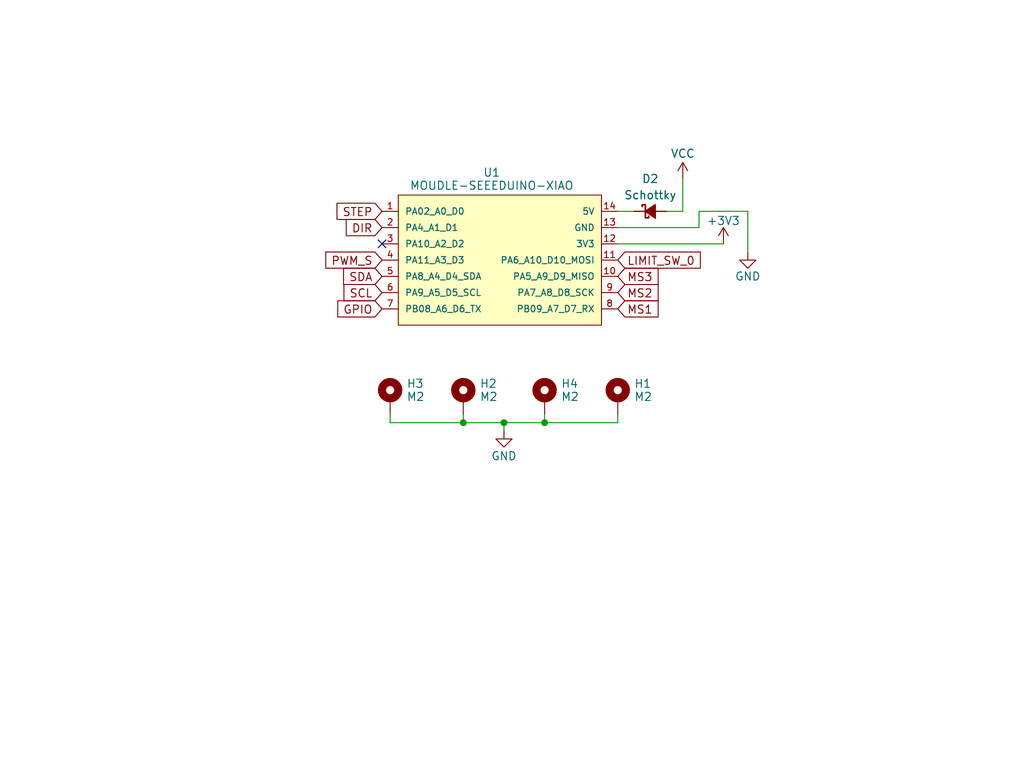
<source format=kicad_sch>
(kicad_sch (version 20230121) (generator eeschema)

  (uuid 7a5b1f12-c235-4d27-9f6c-e59009ca95f3)

  (paper "User" 159.995 119.99)

  (lib_symbols
    (symbol "Device:D_Schottky_Small_Filled" (pin_numbers hide) (pin_names (offset 0.254) hide) (in_bom yes) (on_board yes)
      (property "Reference" "D" (at -1.27 2.032 0)
        (effects (font (size 1.27 1.27)) (justify left))
      )
      (property "Value" "D_Schottky_Small_Filled" (at -7.112 -2.032 0)
        (effects (font (size 1.27 1.27)) (justify left))
      )
      (property "Footprint" "" (at 0 0 90)
        (effects (font (size 1.27 1.27)) hide)
      )
      (property "Datasheet" "~" (at 0 0 90)
        (effects (font (size 1.27 1.27)) hide)
      )
      (property "ki_keywords" "diode Schottky" (at 0 0 0)
        (effects (font (size 1.27 1.27)) hide)
      )
      (property "ki_description" "Schottky diode, small symbol, filled shape" (at 0 0 0)
        (effects (font (size 1.27 1.27)) hide)
      )
      (property "ki_fp_filters" "TO-???* *_Diode_* *SingleDiode* D_*" (at 0 0 0)
        (effects (font (size 1.27 1.27)) hide)
      )
      (symbol "D_Schottky_Small_Filled_0_1"
        (polyline
          (pts
            (xy -0.762 0)
            (xy 0.762 0)
          )
          (stroke (width 0) (type default))
          (fill (type none))
        )
        (polyline
          (pts
            (xy 0.762 -1.016)
            (xy -0.762 0)
            (xy 0.762 1.016)
            (xy 0.762 -1.016)
          )
          (stroke (width 0.254) (type default))
          (fill (type outline))
        )
        (polyline
          (pts
            (xy -1.27 0.762)
            (xy -1.27 1.016)
            (xy -0.762 1.016)
            (xy -0.762 -1.016)
            (xy -0.254 -1.016)
            (xy -0.254 -0.762)
          )
          (stroke (width 0.254) (type default))
          (fill (type none))
        )
      )
      (symbol "D_Schottky_Small_Filled_1_1"
        (pin passive line (at -2.54 0 0) (length 1.778)
          (name "K" (effects (font (size 1.27 1.27))))
          (number "1" (effects (font (size 1.27 1.27))))
        )
        (pin passive line (at 2.54 0 180) (length 1.778)
          (name "A" (effects (font (size 1.27 1.27))))
          (number "2" (effects (font (size 1.27 1.27))))
        )
      )
    )
    (symbol "MOUDLE-SEEEDUINO-XIAO:MOUDLE-SEEEDUINO-XIAO" (pin_names (offset 1.016)) (in_bom yes) (on_board yes)
      (property "Reference" "U1" (at -0.635 17.4992 0)
        (effects (font (size 1.27 1.27)))
      )
      (property "Value" "MOUDLE-SEEEDUINO-XIAO" (at -0.635 15.4512 0)
        (effects (font (size 1.27 1.27)))
      )
      (property "Footprint" "MOUDLE14P-SMD-2.54-21X17.8MM" (at 0.635 -8.89 0)
        (effects (font (size 1.27 1.27)) (justify bottom) hide)
      )
      (property "Datasheet" "" (at 0 0 0)
        (effects (font (size 1.27 1.27)) hide)
      )
      (symbol "MOUDLE-SEEEDUINO-XIAO_0_0"
        (pin bidirectional line (at -17.78 11.43 0) (length 2.54)
          (name "PA02_A0_D0" (effects (font (size 1.016 1.016))))
          (number "1" (effects (font (size 1.016 1.016))))
        )
        (pin bidirectional line (at 19.05 1.27 180) (length 2.54)
          (name "PA5_A9_D9_MISO" (effects (font (size 1.016 1.016))))
          (number "10" (effects (font (size 1.016 1.016))))
        )
        (pin bidirectional line (at 19.05 3.81 180) (length 2.54)
          (name "PA6_A10_D10_MOSI" (effects (font (size 1.016 1.016))))
          (number "11" (effects (font (size 1.016 1.016))))
        )
        (pin bidirectional line (at 19.05 6.35 180) (length 2.54)
          (name "3V3" (effects (font (size 1.016 1.016))))
          (number "12" (effects (font (size 1.016 1.016))))
        )
        (pin bidirectional line (at 19.05 8.89 180) (length 2.54)
          (name "GND" (effects (font (size 1.016 1.016))))
          (number "13" (effects (font (size 1.016 1.016))))
        )
        (pin bidirectional line (at 19.05 11.43 180) (length 2.54)
          (name "5V" (effects (font (size 1.016 1.016))))
          (number "14" (effects (font (size 1.016 1.016))))
        )
        (pin bidirectional line (at -17.78 8.89 0) (length 2.54)
          (name "PA4_A1_D1" (effects (font (size 1.016 1.016))))
          (number "2" (effects (font (size 1.016 1.016))))
        )
        (pin bidirectional line (at -17.78 6.35 0) (length 2.54)
          (name "PA10_A2_D2" (effects (font (size 1.016 1.016))))
          (number "3" (effects (font (size 1.016 1.016))))
        )
        (pin bidirectional line (at -17.78 3.81 0) (length 2.54)
          (name "PA11_A3_D3" (effects (font (size 1.016 1.016))))
          (number "4" (effects (font (size 1.016 1.016))))
        )
        (pin bidirectional line (at -17.78 1.27 0) (length 2.54)
          (name "PA8_A4_D4_SDA" (effects (font (size 1.016 1.016))))
          (number "5" (effects (font (size 1.016 1.016))))
        )
        (pin bidirectional line (at -17.78 -1.27 0) (length 2.54)
          (name "PA9_A5_D5_SCL" (effects (font (size 1.016 1.016))))
          (number "6" (effects (font (size 1.016 1.016))))
        )
        (pin bidirectional line (at -17.78 -3.81 0) (length 2.54)
          (name "PB08_A6_D6_TX" (effects (font (size 1.016 1.016))))
          (number "7" (effects (font (size 1.016 1.016))))
        )
        (pin bidirectional line (at 19.05 -3.81 180) (length 2.54)
          (name "PB09_A7_D7_RX" (effects (font (size 1.016 1.016))))
          (number "8" (effects (font (size 1.016 1.016))))
        )
        (pin bidirectional line (at 19.05 -1.27 180) (length 2.54)
          (name "PA7_A8_D8_SCK" (effects (font (size 1.016 1.016))))
          (number "9" (effects (font (size 1.016 1.016))))
        )
      )
      (symbol "MOUDLE-SEEEDUINO-XIAO_1_0"
        (rectangle (start -15.24 13.97) (end 16.51 -6.35)
          (stroke (width 0) (type default))
          (fill (type background))
        )
      )
    )
    (symbol "Mechanical:MountingHole_Pad" (pin_numbers hide) (pin_names (offset 1.016) hide) (in_bom yes) (on_board yes)
      (property "Reference" "H" (at 0 6.35 0)
        (effects (font (size 1.27 1.27)))
      )
      (property "Value" "MountingHole_Pad" (at 0 4.445 0)
        (effects (font (size 1.27 1.27)))
      )
      (property "Footprint" "" (at 0 0 0)
        (effects (font (size 1.27 1.27)) hide)
      )
      (property "Datasheet" "~" (at 0 0 0)
        (effects (font (size 1.27 1.27)) hide)
      )
      (property "ki_keywords" "mounting hole" (at 0 0 0)
        (effects (font (size 1.27 1.27)) hide)
      )
      (property "ki_description" "Mounting Hole with connection" (at 0 0 0)
        (effects (font (size 1.27 1.27)) hide)
      )
      (property "ki_fp_filters" "MountingHole*Pad*" (at 0 0 0)
        (effects (font (size 1.27 1.27)) hide)
      )
      (symbol "MountingHole_Pad_0_1"
        (circle (center 0 1.27) (radius 1.27)
          (stroke (width 1.27) (type default))
          (fill (type none))
        )
      )
      (symbol "MountingHole_Pad_1_1"
        (pin input line (at 0 -2.54 90) (length 2.54)
          (name "1" (effects (font (size 1.27 1.27))))
          (number "1" (effects (font (size 1.27 1.27))))
        )
      )
    )
    (symbol "power:+3.3V" (power) (pin_names (offset 0)) (in_bom yes) (on_board yes)
      (property "Reference" "#PWR" (at 0 -3.81 0)
        (effects (font (size 1.27 1.27)) hide)
      )
      (property "Value" "+3.3V" (at 0 3.556 0)
        (effects (font (size 1.27 1.27)))
      )
      (property "Footprint" "" (at 0 0 0)
        (effects (font (size 1.27 1.27)) hide)
      )
      (property "Datasheet" "" (at 0 0 0)
        (effects (font (size 1.27 1.27)) hide)
      )
      (property "ki_keywords" "power-flag" (at 0 0 0)
        (effects (font (size 1.27 1.27)) hide)
      )
      (property "ki_description" "Power symbol creates a global label with name \"+3.3V\"" (at 0 0 0)
        (effects (font (size 1.27 1.27)) hide)
      )
      (symbol "+3.3V_0_1"
        (polyline
          (pts
            (xy -0.762 1.27)
            (xy 0 2.54)
          )
          (stroke (width 0) (type default))
          (fill (type none))
        )
        (polyline
          (pts
            (xy 0 0)
            (xy 0 2.54)
          )
          (stroke (width 0) (type default))
          (fill (type none))
        )
        (polyline
          (pts
            (xy 0 2.54)
            (xy 0.762 1.27)
          )
          (stroke (width 0) (type default))
          (fill (type none))
        )
      )
      (symbol "+3.3V_1_1"
        (pin power_in line (at 0 0 90) (length 0) hide
          (name "+3V3" (effects (font (size 1.27 1.27))))
          (number "1" (effects (font (size 1.27 1.27))))
        )
      )
    )
    (symbol "power:GND" (power) (pin_names (offset 0)) (in_bom yes) (on_board yes)
      (property "Reference" "#PWR" (at 0 -6.35 0)
        (effects (font (size 1.27 1.27)) hide)
      )
      (property "Value" "GND" (at 0 -3.81 0)
        (effects (font (size 1.27 1.27)))
      )
      (property "Footprint" "" (at 0 0 0)
        (effects (font (size 1.27 1.27)) hide)
      )
      (property "Datasheet" "" (at 0 0 0)
        (effects (font (size 1.27 1.27)) hide)
      )
      (property "ki_keywords" "global power" (at 0 0 0)
        (effects (font (size 1.27 1.27)) hide)
      )
      (property "ki_description" "Power symbol creates a global label with name \"GND\" , ground" (at 0 0 0)
        (effects (font (size 1.27 1.27)) hide)
      )
      (symbol "GND_0_1"
        (polyline
          (pts
            (xy 0 0)
            (xy 0 -1.27)
            (xy 1.27 -1.27)
            (xy 0 -2.54)
            (xy -1.27 -1.27)
            (xy 0 -1.27)
          )
          (stroke (width 0) (type default))
          (fill (type none))
        )
      )
      (symbol "GND_1_1"
        (pin power_in line (at 0 0 270) (length 0) hide
          (name "GND" (effects (font (size 1.27 1.27))))
          (number "1" (effects (font (size 1.27 1.27))))
        )
      )
    )
    (symbol "power:VCC" (power) (pin_names (offset 0)) (in_bom yes) (on_board yes)
      (property "Reference" "#PWR" (at 0 -3.81 0)
        (effects (font (size 1.27 1.27)) hide)
      )
      (property "Value" "VCC" (at 0 3.81 0)
        (effects (font (size 1.27 1.27)))
      )
      (property "Footprint" "" (at 0 0 0)
        (effects (font (size 1.27 1.27)) hide)
      )
      (property "Datasheet" "" (at 0 0 0)
        (effects (font (size 1.27 1.27)) hide)
      )
      (property "ki_keywords" "global power" (at 0 0 0)
        (effects (font (size 1.27 1.27)) hide)
      )
      (property "ki_description" "Power symbol creates a global label with name \"VCC\"" (at 0 0 0)
        (effects (font (size 1.27 1.27)) hide)
      )
      (symbol "VCC_0_1"
        (polyline
          (pts
            (xy -0.762 1.27)
            (xy 0 2.54)
          )
          (stroke (width 0) (type default))
          (fill (type none))
        )
        (polyline
          (pts
            (xy 0 0)
            (xy 0 2.54)
          )
          (stroke (width 0) (type default))
          (fill (type none))
        )
        (polyline
          (pts
            (xy 0 2.54)
            (xy 0.762 1.27)
          )
          (stroke (width 0) (type default))
          (fill (type none))
        )
      )
      (symbol "VCC_1_1"
        (pin power_in line (at 0 0 90) (length 0) hide
          (name "VCC" (effects (font (size 1.27 1.27))))
          (number "1" (effects (font (size 1.27 1.27))))
        )
      )
    )
  )

  (junction (at 85.09 66.04) (diameter 0) (color 0 0 0 0)
    (uuid 0ca78a9d-b92e-42e8-b674-e26a2d5285e7)
  )
  (junction (at 72.39 66.04) (diameter 0) (color 0 0 0 0)
    (uuid 0d743783-7097-418b-93fb-26cd236c4b57)
  )
  (junction (at 78.74 66.04) (diameter 0) (color 0 0 0 0)
    (uuid ea13b0fa-424b-4861-aa0d-9bbaaa618e5c)
  )

  (no_connect (at 59.69 38.1) (uuid 0bacf1c0-2d1c-40fd-9f83-34038e6c1b76))

  (wire (pts (xy 96.52 35.56) (xy 109.22 35.56))
    (stroke (width 0) (type default))
    (uuid 011d471d-a722-4aa0-a14b-f8d6a029b7f7)
  )
  (wire (pts (xy 109.22 33.02) (xy 116.84 33.02))
    (stroke (width 0) (type default))
    (uuid 0f63e638-48e5-45c1-8657-b4263e6f62d7)
  )
  (wire (pts (xy 96.52 38.1) (xy 113.03 38.1))
    (stroke (width 0) (type default))
    (uuid 22dbd9f0-470d-4467-928c-b9bb4709468c)
  )
  (wire (pts (xy 60.96 66.04) (xy 72.39 66.04))
    (stroke (width 0) (type default))
    (uuid 2e6ac86c-e758-4e92-bd55-b19bbdd34310)
  )
  (wire (pts (xy 78.74 66.04) (xy 85.09 66.04))
    (stroke (width 0) (type default))
    (uuid 5fad5d3b-2566-4811-8889-2c5750e09072)
  )
  (wire (pts (xy 104.14 33.02) (xy 106.68 33.02))
    (stroke (width 0) (type default))
    (uuid 6effc1d0-afd8-416c-aa40-908d4a408bdf)
  )
  (wire (pts (xy 72.39 64.77) (xy 72.39 66.04))
    (stroke (width 0) (type default))
    (uuid 728ca66d-0991-4420-8e0e-5bd901bb73a5)
  )
  (wire (pts (xy 85.09 64.77) (xy 85.09 66.04))
    (stroke (width 0) (type default))
    (uuid 7c5f6562-e7b6-4094-b10b-3b6fdcc61c80)
  )
  (wire (pts (xy 60.96 64.77) (xy 60.96 66.04))
    (stroke (width 0) (type default))
    (uuid afb62ca4-2189-4b97-b90d-895fad3f268d)
  )
  (wire (pts (xy 106.68 27.94) (xy 106.68 33.02))
    (stroke (width 0) (type default))
    (uuid bb3792e5-156d-4450-aa36-42bd0ea87d74)
  )
  (wire (pts (xy 109.22 35.56) (xy 109.22 33.02))
    (stroke (width 0) (type default))
    (uuid c45c889f-e9b5-4d7f-be19-4ed8f0e38e6c)
  )
  (wire (pts (xy 96.52 33.02) (xy 99.06 33.02))
    (stroke (width 0) (type default))
    (uuid c59b34dc-7419-4af0-a752-a96dfe1e3832)
  )
  (wire (pts (xy 85.09 66.04) (xy 96.52 66.04))
    (stroke (width 0) (type default))
    (uuid ca606046-5b45-44ae-b7a0-3bb77ed527a9)
  )
  (wire (pts (xy 78.74 66.04) (xy 78.74 67.31))
    (stroke (width 0) (type default))
    (uuid d125df05-e6d1-4370-b4cb-5b09cfaedbba)
  )
  (wire (pts (xy 72.39 66.04) (xy 78.74 66.04))
    (stroke (width 0) (type default))
    (uuid ddb824df-6273-4649-8a46-367d0d03d298)
  )
  (wire (pts (xy 116.84 33.02) (xy 116.84 39.37))
    (stroke (width 0) (type default))
    (uuid ded83226-e83e-4e02-921d-abb5602aafa0)
  )
  (wire (pts (xy 96.52 64.77) (xy 96.52 66.04))
    (stroke (width 0) (type default))
    (uuid f0e61280-f881-46d1-8fcd-951cc36b2ca4)
  )

  (global_label "SDA" (shape input) (at 59.69 43.18 180) (fields_autoplaced)
    (effects (font (size 1.27 1.27)) (justify right))
    (uuid 2837ff99-b004-41af-b236-d3e61f7a1baf)
    (property "Intersheetrefs" "${INTERSHEET_REFS}" (at 53.2161 43.18 0)
      (effects (font (size 1.27 1.27)) (justify right) hide)
    )
  )
  (global_label "DIR" (shape input) (at 59.69 35.56 180) (fields_autoplaced)
    (effects (font (size 1.27 1.27)) (justify right))
    (uuid 4e1a21d3-0aea-43fd-86d6-1c322538078e)
    (property "Intersheetrefs" "${INTERSHEET_REFS}" (at 53.6394 35.56 0)
      (effects (font (size 1.27 1.27)) (justify right) hide)
    )
  )
  (global_label "STEP" (shape input) (at 59.69 33.02 180) (fields_autoplaced)
    (effects (font (size 1.27 1.27)) (justify right))
    (uuid 637150e6-d863-4dec-9307-70ce96eb45cc)
    (property "Intersheetrefs" "${INTERSHEET_REFS}" (at 52.1881 33.02 0)
      (effects (font (size 1.27 1.27)) (justify right) hide)
    )
  )
  (global_label "MS3" (shape input) (at 96.52 43.18 0) (fields_autoplaced)
    (effects (font (size 1.27 1.27)) (justify left))
    (uuid 7a0e8d0d-fa73-4ec8-be1c-083ac33c0689)
    (property "Intersheetrefs" "${INTERSHEET_REFS}" (at 103.2962 43.18 0)
      (effects (font (size 1.27 1.27)) (justify left) hide)
    )
  )
  (global_label "PWM_S" (shape input) (at 59.69 40.64 180) (fields_autoplaced)
    (effects (font (size 1.27 1.27)) (justify right))
    (uuid 85ee5ac9-8022-443c-86da-092e1084b6f1)
    (property "Intersheetrefs" "${INTERSHEET_REFS}" (at 50.4343 40.64 0)
      (effects (font (size 1.27 1.27)) (justify right) hide)
    )
  )
  (global_label "MS1" (shape input) (at 96.52 48.26 0) (fields_autoplaced)
    (effects (font (size 1.27 1.27)) (justify left))
    (uuid 9a3dcca4-1a8e-4a89-b926-581eec7cca8e)
    (property "Intersheetrefs" "${INTERSHEET_REFS}" (at 103.2962 48.26 0)
      (effects (font (size 1.27 1.27)) (justify left) hide)
    )
  )
  (global_label "GPIO" (shape input) (at 59.69 48.26 180) (fields_autoplaced)
    (effects (font (size 1.27 1.27)) (justify right))
    (uuid abc740a5-508c-4291-bc87-c8b880dc8792)
    (property "Intersheetrefs" "${INTERSHEET_REFS}" (at 52.3089 48.26 0)
      (effects (font (size 1.27 1.27)) (justify right) hide)
    )
  )
  (global_label "LIMIT_SW_0" (shape input) (at 96.52 40.64 0) (fields_autoplaced)
    (effects (font (size 1.27 1.27)) (justify left))
    (uuid acf8b06d-f2af-43ab-8c3f-81ead78c38a2)
    (property "Intersheetrefs" "${INTERSHEET_REFS}" (at 109.8881 40.64 0)
      (effects (font (size 1.27 1.27)) (justify left) hide)
    )
  )
  (global_label "MS2" (shape input) (at 96.52 45.72 0) (fields_autoplaced)
    (effects (font (size 1.27 1.27)) (justify left))
    (uuid ca8151f8-7573-4d38-8b93-0343a788d7f1)
    (property "Intersheetrefs" "${INTERSHEET_REFS}" (at 103.2962 45.72 0)
      (effects (font (size 1.27 1.27)) (justify left) hide)
    )
  )
  (global_label "SCL" (shape input) (at 59.69 45.72 180) (fields_autoplaced)
    (effects (font (size 1.27 1.27)) (justify right))
    (uuid fd573d93-e95a-4d00-a6ec-439fc17d01be)
    (property "Intersheetrefs" "${INTERSHEET_REFS}" (at 53.2766 45.72 0)
      (effects (font (size 1.27 1.27)) (justify right) hide)
    )
  )

  (symbol (lib_id "Mechanical:MountingHole_Pad") (at 96.52 62.23 0) (unit 1)
    (in_bom yes) (on_board yes) (dnp no) (fields_autoplaced)
    (uuid 1ad14630-593d-4bf9-9b2a-740f3622817e)
    (property "Reference" "H1" (at 99.06 59.936 0)
      (effects (font (size 1.27 1.27)) (justify left))
    )
    (property "Value" "M2" (at 99.06 61.984 0)
      (effects (font (size 1.27 1.27)) (justify left))
    )
    (property "Footprint" "MountingHole:MountingHole_2.2mm_M2_ISO7380_Pad" (at 96.52 62.23 0)
      (effects (font (size 1.27 1.27)) hide)
    )
    (property "Datasheet" "~" (at 96.52 62.23 0)
      (effects (font (size 1.27 1.27)) hide)
    )
    (pin "1" (uuid 20239a40-a539-4f81-8115-801e3d82e5c5))
    (instances
      (project "StepperMotor_module_V2_XIAO_RP2040"
        (path "/67ad53b0-e724-4354-8add-ffbe056bca93/07c0a6ff-eef2-4578-b5db-f7e0ea607e3d"
          (reference "H1") (unit 1)
        )
      )
    )
  )

  (symbol (lib_id "Mechanical:MountingHole_Pad") (at 60.96 62.23 0) (unit 1)
    (in_bom yes) (on_board yes) (dnp no) (fields_autoplaced)
    (uuid 5b5e6d22-c071-455e-ab1d-7a35a18ced39)
    (property "Reference" "H3" (at 63.5 59.936 0)
      (effects (font (size 1.27 1.27)) (justify left))
    )
    (property "Value" "M2" (at 63.5 61.984 0)
      (effects (font (size 1.27 1.27)) (justify left))
    )
    (property "Footprint" "MountingHole:MountingHole_2.2mm_M2_ISO7380_Pad" (at 60.96 62.23 0)
      (effects (font (size 1.27 1.27)) hide)
    )
    (property "Datasheet" "~" (at 60.96 62.23 0)
      (effects (font (size 1.27 1.27)) hide)
    )
    (pin "1" (uuid 60293b12-e15c-46e1-b1d3-8eccae6d052f))
    (instances
      (project "StepperMotor_module_V2_XIAO_RP2040"
        (path "/67ad53b0-e724-4354-8add-ffbe056bca93/07c0a6ff-eef2-4578-b5db-f7e0ea607e3d"
          (reference "H3") (unit 1)
        )
      )
    )
  )

  (symbol (lib_id "power:GND") (at 78.74 67.31 0) (unit 1)
    (in_bom yes) (on_board yes) (dnp no) (fields_autoplaced)
    (uuid 5c20500c-3a87-4a74-af03-4f7feca6acea)
    (property "Reference" "#PWR06" (at 78.74 73.66 0)
      (effects (font (size 1.27 1.27)) hide)
    )
    (property "Value" "GND" (at 78.74 71.255 0)
      (effects (font (size 1.27 1.27)))
    )
    (property "Footprint" "" (at 78.74 67.31 0)
      (effects (font (size 1.27 1.27)) hide)
    )
    (property "Datasheet" "" (at 78.74 67.31 0)
      (effects (font (size 1.27 1.27)) hide)
    )
    (pin "1" (uuid 128a1d12-011c-4d08-bd1d-5849894a3256))
    (instances
      (project "StepperMotor_module_V2_XIAO_RP2040"
        (path "/67ad53b0-e724-4354-8add-ffbe056bca93"
          (reference "#PWR06") (unit 1)
        )
        (path "/67ad53b0-e724-4354-8add-ffbe056bca93/07c0a6ff-eef2-4578-b5db-f7e0ea607e3d"
          (reference "#PWR031") (unit 1)
        )
      )
    )
  )

  (symbol (lib_id "Mechanical:MountingHole_Pad") (at 72.39 62.23 0) (unit 1)
    (in_bom yes) (on_board yes) (dnp no) (fields_autoplaced)
    (uuid 76b00435-d75c-404c-8393-5a32ca44cdff)
    (property "Reference" "H2" (at 74.93 59.936 0)
      (effects (font (size 1.27 1.27)) (justify left))
    )
    (property "Value" "M2" (at 74.93 61.984 0)
      (effects (font (size 1.27 1.27)) (justify left))
    )
    (property "Footprint" "MountingHole:MountingHole_2.2mm_M2_ISO7380_Pad" (at 72.39 62.23 0)
      (effects (font (size 1.27 1.27)) hide)
    )
    (property "Datasheet" "~" (at 72.39 62.23 0)
      (effects (font (size 1.27 1.27)) hide)
    )
    (pin "1" (uuid cfac2e8f-29aa-4f3a-b965-cce957fddf32))
    (instances
      (project "StepperMotor_module_V2_XIAO_RP2040"
        (path "/67ad53b0-e724-4354-8add-ffbe056bca93/07c0a6ff-eef2-4578-b5db-f7e0ea607e3d"
          (reference "H2") (unit 1)
        )
      )
    )
  )

  (symbol (lib_id "Mechanical:MountingHole_Pad") (at 85.09 62.23 0) (unit 1)
    (in_bom yes) (on_board yes) (dnp no) (fields_autoplaced)
    (uuid 7a8c2855-4512-4314-a66f-3649b9edb67e)
    (property "Reference" "H4" (at 87.63 59.936 0)
      (effects (font (size 1.27 1.27)) (justify left))
    )
    (property "Value" "M2" (at 87.63 61.984 0)
      (effects (font (size 1.27 1.27)) (justify left))
    )
    (property "Footprint" "MountingHole:MountingHole_2.2mm_M2_ISO7380_Pad" (at 85.09 62.23 0)
      (effects (font (size 1.27 1.27)) hide)
    )
    (property "Datasheet" "~" (at 85.09 62.23 0)
      (effects (font (size 1.27 1.27)) hide)
    )
    (pin "1" (uuid 2bc3e7e6-ff19-4d7f-8ea9-2745dc33ab80))
    (instances
      (project "StepperMotor_module_V2_XIAO_RP2040"
        (path "/67ad53b0-e724-4354-8add-ffbe056bca93/07c0a6ff-eef2-4578-b5db-f7e0ea607e3d"
          (reference "H4") (unit 1)
        )
      )
    )
  )

  (symbol (lib_id "power:VCC") (at 106.68 27.94 0) (unit 1)
    (in_bom yes) (on_board yes) (dnp no) (fields_autoplaced)
    (uuid 7e29df32-c7f8-4356-a9d0-471fc618da01)
    (property "Reference" "#PWR09" (at 106.68 31.75 0)
      (effects (font (size 1.27 1.27)) hide)
    )
    (property "Value" "VCC" (at 106.68 23.995 0)
      (effects (font (size 1.27 1.27)))
    )
    (property "Footprint" "" (at 106.68 27.94 0)
      (effects (font (size 1.27 1.27)) hide)
    )
    (property "Datasheet" "" (at 106.68 27.94 0)
      (effects (font (size 1.27 1.27)) hide)
    )
    (pin "1" (uuid fae38eff-8334-4ba8-8897-cb28acdfedbf))
    (instances
      (project "StepperMotor_module_V2_XIAO_RP2040"
        (path "/67ad53b0-e724-4354-8add-ffbe056bca93/07c0a6ff-eef2-4578-b5db-f7e0ea607e3d"
          (reference "#PWR09") (unit 1)
        )
      )
    )
  )

  (symbol (lib_id "power:+3.3V") (at 113.03 38.1 0) (unit 1)
    (in_bom yes) (on_board yes) (dnp no) (fields_autoplaced)
    (uuid 9d3e19f3-3fca-49ca-808e-95cd268752f0)
    (property "Reference" "#PWR03" (at 113.03 41.91 0)
      (effects (font (size 1.27 1.27)) hide)
    )
    (property "Value" "+3.3V" (at 113.03 34.4955 0)
      (effects (font (size 1.27 1.27)))
    )
    (property "Footprint" "" (at 113.03 38.1 0)
      (effects (font (size 1.27 1.27)) hide)
    )
    (property "Datasheet" "" (at 113.03 38.1 0)
      (effects (font (size 1.27 1.27)) hide)
    )
    (pin "1" (uuid ea6aab74-19f9-405c-ae57-2d644033b5d7))
    (instances
      (project "StepperMotor_module_V2_XIAO_RP2040"
        (path "/67ad53b0-e724-4354-8add-ffbe056bca93/f879121b-b8b1-4c0a-8f21-a8ce38d582ad"
          (reference "#PWR03") (unit 1)
        )
        (path "/67ad53b0-e724-4354-8add-ffbe056bca93/07c0a6ff-eef2-4578-b5db-f7e0ea607e3d"
          (reference "#PWR025") (unit 1)
        )
      )
      (project "Motor_module"
        (path "/e63e39d7-6ac0-4ffd-8aa3-1841a4541b55"
          (reference "#PWR0115") (unit 1)
        )
      )
    )
  )

  (symbol (lib_id "MOUDLE-SEEEDUINO-XIAO:MOUDLE-SEEEDUINO-XIAO") (at 77.47 44.45 0) (unit 1)
    (in_bom yes) (on_board yes) (dnp no) (fields_autoplaced)
    (uuid 9eb5d1a7-d073-4b1f-8d88-88bc31720fe2)
    (property "Reference" "U1" (at 76.835 26.9508 0)
      (effects (font (size 1.27 1.27)))
    )
    (property "Value" "MOUDLE-SEEEDUINO-XIAO" (at 76.835 28.9988 0)
      (effects (font (size 1.27 1.27)))
    )
    (property "Footprint" "Mylib:MOUDLE14P-SMD-2.54-21X17.8MM" (at 78.105 53.34 0)
      (effects (font (size 1.27 1.27)) (justify bottom) hide)
    )
    (property "Datasheet" "" (at 77.47 44.45 0)
      (effects (font (size 1.27 1.27)) hide)
    )
    (pin "1" (uuid 8e6508fc-fc74-4b65-a4eb-f84c0b69c0d6))
    (pin "10" (uuid 45b8bc23-e029-4339-af87-1055b4673610))
    (pin "11" (uuid 1ab04a55-86fb-43c1-b5a0-2d0a3daadd43))
    (pin "12" (uuid a5826f58-3d84-4c93-8475-f9f255746056))
    (pin "13" (uuid dc83a8a7-77ef-4ff2-acbe-567862edb8e5))
    (pin "14" (uuid 9f254b6d-3e5f-4ac7-b2da-8fc68efb64fa))
    (pin "2" (uuid 20026f83-a8e4-47b0-841e-b4f4ab6a39f7))
    (pin "3" (uuid 7265f616-bcc9-4301-80ad-2e166feddd63))
    (pin "4" (uuid f121622f-e2ce-45be-ae6d-cf57be045eff))
    (pin "5" (uuid 182a04a5-f80b-4c5d-8819-da20dff82e9d))
    (pin "6" (uuid c2532fcb-cf0c-44e2-b5f3-c4d492bda1c7))
    (pin "7" (uuid 9fb72a22-8268-4092-9a7b-ec9ba7897f3b))
    (pin "8" (uuid 720eed63-8871-4bbd-ac1b-009eed03178e))
    (pin "9" (uuid 344ddd45-b1ed-48f6-bdf7-2fcaec8535ad))
    (instances
      (project "StepperMotor_module_V2_XIAO_RP2040"
        (path "/67ad53b0-e724-4354-8add-ffbe056bca93/07c0a6ff-eef2-4578-b5db-f7e0ea607e3d"
          (reference "U1") (unit 1)
        )
      )
    )
  )

  (symbol (lib_id "Device:D_Schottky_Small_Filled") (at 101.6 33.02 0) (unit 1)
    (in_bom yes) (on_board yes) (dnp no)
    (uuid b6cb4102-7c5a-45bc-8782-4506e63ce17c)
    (property "Reference" "D2" (at 101.6 27.94 0)
      (effects (font (size 1.27 1.27)))
    )
    (property "Value" "Schottky" (at 101.6 30.48 0)
      (effects (font (size 1.27 1.27)))
    )
    (property "Footprint" "Diode_SMD:D_0603_1608Metric_Pad1.05x0.95mm_HandSolder" (at 101.6 33.02 90)
      (effects (font (size 1.27 1.27)) hide)
    )
    (property "Datasheet" "~" (at 101.6 33.02 90)
      (effects (font (size 1.27 1.27)) hide)
    )
    (pin "1" (uuid 984c63a1-7d75-44bf-a68e-ea3b85658a38))
    (pin "2" (uuid 2c2ea5d4-13af-490c-9864-58f663ade009))
    (instances
      (project "StepperMotor_module_V2_XIAO_RP2040"
        (path "/67ad53b0-e724-4354-8add-ffbe056bca93/07c0a6ff-eef2-4578-b5db-f7e0ea607e3d"
          (reference "D2") (unit 1)
        )
      )
    )
  )

  (symbol (lib_id "power:GND") (at 116.84 39.37 0) (unit 1)
    (in_bom yes) (on_board yes) (dnp no)
    (uuid bfbd599f-f1e3-40e3-b842-95017746994e)
    (property "Reference" "#PWR06" (at 116.84 45.72 0)
      (effects (font (size 1.27 1.27)) hide)
    )
    (property "Value" "GND" (at 116.84 43.18 0)
      (effects (font (size 1.27 1.27)))
    )
    (property "Footprint" "" (at 116.84 39.37 0)
      (effects (font (size 1.27 1.27)) hide)
    )
    (property "Datasheet" "" (at 116.84 39.37 0)
      (effects (font (size 1.27 1.27)) hide)
    )
    (pin "1" (uuid b6458c79-43cc-41ae-a053-dcd991bcad93))
    (instances
      (project "StepperMotor_module_V2_XIAO_RP2040"
        (path "/67ad53b0-e724-4354-8add-ffbe056bca93"
          (reference "#PWR06") (unit 1)
        )
        (path "/67ad53b0-e724-4354-8add-ffbe056bca93/07c0a6ff-eef2-4578-b5db-f7e0ea607e3d"
          (reference "#PWR028") (unit 1)
        )
      )
    )
  )
)

</source>
